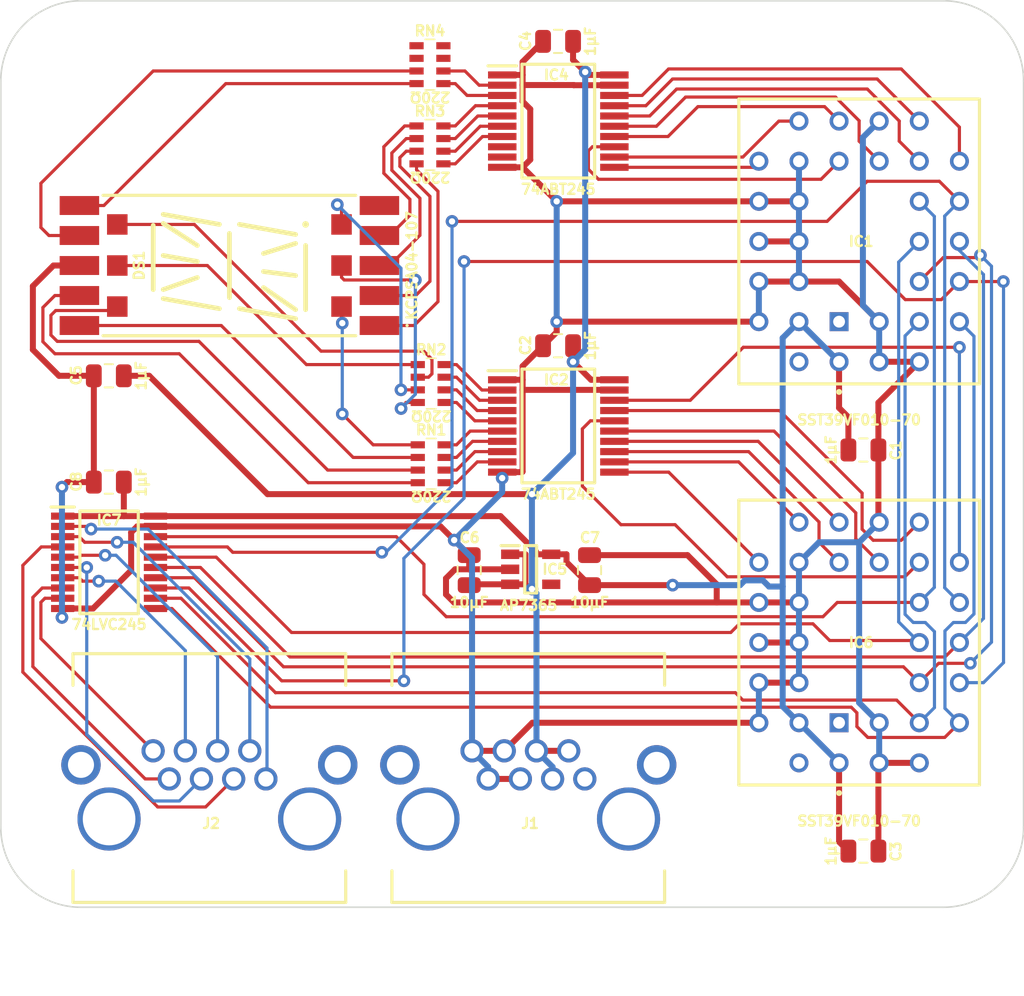
<source format=kicad_pcb>
(kicad_pcb (version 20240108) (generator "pcbnew") (generator_version "8.0")
  (title_block (title "HCP65 Component Tester") (date "2025-02-08") (rev "V0"))
  (layers (0 "F.Cu" signal) (31 "B.Cu" signal) (34 "B.Paste" user) (35 "F.Paste" user) (36 "B.SilkS" user "B.Silkscreen") (37 "F.SilkS" user "F.Silkscreen") (38 "B.Mask" user) (39 "F.Mask" user) (44 "Edge.Cuts" user))
  (net 0 "")
  (net 1 "/GND")
  (net 2 "/12V")
  (net 3 "/3.3V")
  (net 4 "/5V")
  (net 8 "/LED Ω M-Seg")
  (net 9 "/LED Ω H-Seg")
  (net 10 "/LED Ω C-Seg")
  (net 11 "/LED Ω D-Seg")
  (net 12 "/LED Ω L-Seg")
  (net 13 "/LED Ω E-Seg")
  (net 14 "/LED Ω A-Seg")
  (net 15 "/LED Ω G-Seg")
  (net 16 "/LED Ω N-Seg")
  (net 17 "/LED Ω K-Seg")
  (net 18 "/LED Ω F-Seg")
  (net 19 "/LED Ω P-Seg")
  (net 20 "/LED Ω J-Seg")
  (net 21 "/LED Ω B-Seg")
  (net 22 "Net-(IC1-DQ5)")
  (net 23 "Net-(IC1-DQ3)")
  (net 24 "Net-(IC1-DQ1)")
  (net 25 "Net-(IC1-DQ4)")
  (net 27 "Net-(IC1-DQ7)")
  (net 28 "Net-(IC1-DQ0)")
  (net 29 "Net-(IC1-DQ6)")
  (net 30 "Net-(IC1-DQ2)")
  (net 32 "/LED H-Seg")
  (net 33 "/LED B-Seg")
  (net 34 "/LED C-Seg")
  (net 35 "/LED E-Seg")
  (net 36 "/LED F-Seg")
  (net 37 "/LED A-Seg")
  (net 38 "/LED D-Seg")
  (net 39 "/LED G-Seg")
  (net 40 "Net-(IC2-B6)")
  (net 41 "Net-(IC2-B7)")
  (net 44 "Net-(IC2-B0)")
  (net 45 "Net-(IC2-B2)")
  (net 46 "Net-(IC2-B3)")
  (net 47 "Net-(IC2-B1)")
  (net 48 "Net-(IC2-B5)")
  (net 49 "Net-(IC2-B4)")
  (net 52 "/LED J-Seg")
  (net 53 "/LED P-Seg")
  (net 54 "/LED M-Seg")
  (net 55 "/LED N-Seg")
  (net 58 "/LED K-Seg")
  (net 59 "/LED L-Seg")
  (net 61 "/OP7")
  (net 62 "/OP6")
  (net 63 "/OP4")
  (net 64 "/OP1")
  (net 65 "/OP3")
  (net 66 "/OP2")
  (net 67 "/OP0")
  (net 68 "/OP5")
  (net 73 "/A6")
  (net 74 "/A4")
  (net 75 "/A3")
  (net 76 "/A2")
  (net 77 "/A1")
  (net 78 "/A7")
  (net 79 "/A5")
  (net 80 "/A0")
  (footprint "SamacSys_Parts:SOP65P780X200-20N" (layer "F.Cu") (at 30.228 -21.462)
    (property "Reference" "IC2")
    (property "Value" "SN74ABT245BDBR" (hide yes))
  )
  (footprint "SamacSys_Parts:CAY16-F4" (layer "F.Cu") (at 22.1 -44.322 180)
    (property "Reference" "RN4")
    (property "Value" "CAY16-221J4LF" (hide yes))
  )
  (footprint "SamacSys_Parts:CAY16-F4" (layer "F.Cu") (at 22.178 -24.1288 180)
    (property "Reference" "RN2")
    (property "Value" "CAY16-221J4LF" (hide yes))
  )
  (footprint "SamacSys_Parts:C_0805" (layer "F.Cu") (at 1.778 -24.638 90)
    (property "Reference" "C5")
    (property "Value" "1μF")
  )
  (footprint "SamacSys_Parts:C_0805" (layer "F.Cu") (at 24.584 -12.316)
    (property "Reference" "C6")
    (property "Value" "10µF")
  )
  (footprint "SamacSys_Parts:KCPSA04107" (layer "F.Cu") (at 9.4 -31.622 90)
    (property "Reference" "DS1")
    (property "Value" "KCPSA04-107" (hide yes))
  )
  (footprint "SamacSys_Parts:5408803224008" (layer "F.Cu") (at 48.008 -2.666)
    (property "Reference" "IC6")
    (property "Value" "SST39VF010-70-4I-NHE" (hide yes))
  )
  (footprint "SamacSys_Parts:1-406541-1_1" (layer "F.Cu") (at 19.69 8.711)
    (property "Reference" "J1")
    (property "Value" "1-406541-1" (hide yes))
  )
  (footprint "SamacSys_Parts:C_0805" (layer "F.Cu") (at 32.204 -12.316)
    (property "Reference" "C7")
    (property "Value" "10µF")
  )
  (footprint "SamacSys_Parts:SOT95P285X130-5N" (layer "F.Cu") (at 28.48 -12.384)
    (property "Reference" "IC5")
    (property "Value" "AP7365-33WG-7" (hide yes))
  )
  (footprint "SamacSys_Parts:C_0805" (layer "F.Cu") (at 30.228 -45.816 90)
    (property "Reference" "C4")
    (property "Value" "1μF")
  )
  (footprint "SamacSys_Parts:SOP65P780X200-20N" (layer "F.Cu") (at 30.228 -40.766)
    (property "Reference" "IC4")
    (property "Value" "SN74ABT245BDBR" (hide yes))
  )
  (footprint "SamacSys_Parts:C_0805" (layer "F.Cu") (at 49.532 -19.938 -90)
    (property "Reference" "C1")
    (property "Value" "1μF")
  )
  (footprint "SamacSys_Parts:SOP65P640X120-20N" (layer "F.Cu") (at 1.78 -12.826)
    (property "Reference" "IC7")
    (property "Value" "74LVC245AT20" (hide yes))
  )
  (footprint "SamacSys_Parts:C_0805" (layer "F.Cu") (at 30.228 -26.542 90)
    (property "Reference" "C2")
    (property "Value" "1μF")
  )
  (footprint "SamacSys_Parts:1-406541-1_1" (layer "F.Cu") (at -0.505 8.71)
    (property "Reference" "J2")
    (property "Value" "1-406541-1" (hide yes))
  )
  (footprint "SamacSys_Parts:5408803224008" (layer "F.Cu") (at 48.008 -28.066)
    (property "Reference" "IC1")
    (property "Value" "SST39VF010-70-4I-NHE" (hide yes))
  )
  (footprint "SamacSys_Parts:CAY16-F4" (layer "F.Cu") (at 22.1 -39.242 180)
    (property "Reference" "RN3")
    (property "Value" "CAY16-221J4LF" (hide yes))
  )
  (footprint "SamacSys_Parts:C_0805" (layer "F.Cu") (at 1.78 -17.906 90)
    (property "Reference" "C8")
    (property "Value" "1μF")
  )
  (footprint "SamacSys_Parts:CAY16-F4" (layer "F.Cu") (at 22.178 -19.0488 180)
    (property "Reference" "RN1")
    (property "Value" "CAY16-221J4LF" (hide yes))
  )
  (footprint "SamacSys_Parts:C_0805" (layer "F.Cu") (at 49.532 5.462 -90)
    (property "Reference" "C3")
    (property "Value" "1μF")
  )
  (gr_arc (start 54.612001 -48.386001) (mid 58.204103 -46.898103) (end 59.692001 -43.306001) (stroke (width 0.1)) (layer "Edge.Cuts"))
  (gr_line (start 54.612 9.018) (end 0.002 9.018) (stroke (width 0.1)) (layer "Edge.Cuts"))
  (gr_line (start 59.692 3.938) (end 59.692001 -43.306001) (stroke (width 0.1)) (layer "Edge.Cuts"))
  (gr_line (start 0.002002 -48.386) (end 54.612001 -48.386001) (stroke (width 0.1)) (layer "Edge.Cuts"))
  (gr_line (start -5.078 3.938) (end -5.077998 -43.306) (stroke (width 0.1)) (layer "Edge.Cuts"))
  (gr_arc (start 59.692 3.938) (mid 58.204102 7.530102) (end 54.612 9.018) (stroke (width 0.1)) (layer "Edge.Cuts"))
  (gr_arc (start 0.002 9.018) (mid -3.590102 7.530102) (end -5.078 3.938) (stroke (width 0.1)) (layer "Edge.Cuts"))
  (gr_arc (start -5.077998 -43.306) (mid -3.5901 -46.898102) (end 0.002002 -48.386) (stroke (width 0.1)) (layer "Edge.Cuts"))
  (segment (start 3.177 -12.3157) (end 3.177 -14.72) (width 0.38) (layer "F.Cu") (net 1))
  (segment (start 45.468 -10.286) (end 42.928 -10.286) (width 0.38) (layer "F.Cu") (net 1))
  (segment (start 50.498 5.462) (end 50.498 -0.076) (width 0.38) (layer "F.Cu") (net 1))
  (segment (start 31.2043 -43.041) (end 33.778 -43.041) (width 0.38) (layer "F.Cu") (net 1))
  (segment (start 50.548 -25.526) (end 53.088 -25.526) (width 0.38) (layer "F.Cu") (net 1))
  (segment (start 42.928 -28.066) (end 30.124688 -28.066) (width 0.38) (layer "F.Cu") (net 1))
  (segment (start 45.468 -7.746) (end 42.928 -7.746) (width 0.38) (layer "F.Cu") (net 1))
  (segment (start 53.088 -25.526) (end 50.498 -22.936) (width 0.38) (layer "F.Cu") (net 1))
  (segment (start -0.1 -31.622) (end -1.7417 -31.622) (width 0.38) (layer "F.Cu") (net 1))
  (segment (start 48.008 -30.606) (end 50.548 -28.066) (width 0.38) (layer "F.Cu") (net 1))
  (segment (start 27.9697 -23.748) (end 33.767 -23.748) (width 0.38) (layer "F.Cu") (net 1))
  (segment (start 23.69 -12.384) (end 24.584 -12.384) (width 0.38) (layer "F.Cu") (net 1))
  (segment (start 3.177 -14.72) (end 3.558 -15.101) (width 0.38) (layer "F.Cu") (net 1))
  (segment (start 23.116 -11.81) (end 23.69 -12.384) (width 0.38) (layer "F.Cu") (net 1))
  (segment (start 0.7623 -9.901) (end 3.177 -12.3157) (width 0.38) (layer "F.Cu") (net 1))
  (segment (start 27.9697 -44.5237) (end 27.9697 -43.691) (width 0.38) (layer "F.Cu") (net 1))
  (segment (start 0.814 -17.906) (end -0.88698 -17.906) (width 0.38) (layer "F.Cu") (net 1))
  (segment (start 38.408 -13.282) (end 32.204 -13.282) (width 0.38) (layer "F.Cu") (net 1))
  (segment (start 28.582 -2.666) (end 42.928 -2.666) (width 0.38) (layer "F.Cu") (net 1))
  (segment (start -1.158 -9.901) (end 0.7623 -9.901) (width 0.38) (layer "F.Cu") (net 1))
  (segment (start 23.116 -10.794) (end 23.624 -10.286) (width 0.38) (layer "F.Cu") (net 1))
  (segment (start 29.262 -45.816) (end 27.9697 -44.5237) (width 0.38) (layer "F.Cu") (net 1))
  (segment (start 24.584 -13.282) (end 22.765 -15.101) (width 0.38) (layer "F.Cu") (net 1))
  (segment (start 45.468 -5.206) (end 42.928 -5.206) (width 0.38) (layer "F.Cu") (net 1))
  (segment (start 45.468 -30.606) (end 48.008 -30.606) (width 0.38) (layer "F.Cu") (net 1))
  (segment (start 29.262 -26.542) (end 30.124688 -27.404688) (width 0.38) (layer "F.Cu") (net 1))
  (segment (start 27.9697 -42.0083) (end 28.45 -41.528) (width 0.38) (layer "F.Cu") (net 1))
  (segment (start 27.933 -18.537) (end 27.9697 -18.5737) (width 0.38) (layer "F.Cu") (net 1))
  (segment (start -1.7417 -31.622) (end -3.046 -30.3177) (width 0.38) (layer "F.Cu") (net 1))
  (segment (start 27.9697 -24.387) (end 26.678 -24.387) (width 0.38) (layer "F.Cu") (net 1))
  (segment (start 25.785 0.891) (end 27.825 0.891) (width 0.38) (layer "F.Cu") (net 1))
  (segment (start 23.116 -10.794) (end 23.116 -11.81) (width 0.38) (layer "F.Cu") (net 1))
  (segment (start 27.9697 -25.2497) (end 27.9697 -24.387) (width 0.38) (layer "F.Cu") (net 1))
  (segment (start 26.678 -18.537) (end 27.933 -18.537) (width 0.38) (layer "F.Cu") (net 1))
  (segment (start 29.262 -26.542) (end 27.9697 -25.2497) (width 0.38) (layer "F.Cu") (net 1))
  (segment (start 50.498 -22.936) (end 50.498 -19.938) (width 0.38) (layer "F.Cu") (net 1))
  (segment (start 42.928 -35.686) (end 30.124688 -35.686) (width 0.38) (layer "F.Cu") (net 1))
  (segment (start 27.9697 -37.841) (end 30.124688 -35.686012) (width 0.38) (layer "F.Cu") (net 1))
  (segment (start 45.468 -35.686) (end 42.928 -35.686) (width 0.38) (layer "F.Cu") (net 1))
  (segment (start 27.9697 -43.052) (end 31.1933 -43.052) (width 0.38) (layer "F.Cu") (net 1))
  (segment (start 0.814 -17.906) (end 0.814 -24.636) (width 0.38) (layer "F.Cu") (net 1))
  (segment (start -3.046 -26.29) (end -1.394 -24.638) (width 0.38) (layer "F.Cu") (net 1))
  (segment (start 50.498 -19.938) (end 50.498 -15.416) (width 0.38) (layer "F.Cu") (net 1))
  (segment (start -0.88698 -17.906) (end -1.20449 -17.58849) (width 0.38) (layer "F.Cu") (net 1))
  (segment (start 27.9697 -43.691) (end 27.3239 -43.691) (width 0.38) (layer "F.Cu") (net 1))
  (segment (start 26.678 -37.841) (end 27.9697 -37.841) (width 0.38) (layer "F.Cu") (net 1))
  (segment (start 30.124688 -27.404688) (end 30.124688 -28.066) (width 0.38) (layer "F.Cu") (net 1))
  (segment (start 40.2592 -10.286) (end 40.2592 -11.4308) (width 0.38) (layer "F.Cu") (net 1))
  (segment (start 26.678 -18.166) (end 26.672 -18.16) (width 0.38) (layer "F.Cu") (net 1))
  (segment (start 27.9697 -43.691) (end 27.9697 -43.052) (width 0.38) (layer "F.Cu") (net 1))
  (segment (start 42.928 -30.606) (end 45.468 -30.606) (width 0.38) (layer "F.Cu") (net 1))
  (segment (start 45.468 -33.146) (end 42.928 -33.146) (width 0.38) (layer "F.Cu") (net 1))
  (segment (start 40.2592 -10.286) (end 23.624 -10.286) (width 0.38) (layer "F.Cu") (net 1))
  (segment (start 30.124688 -35.686012) (end 30.124688 -35.686) (width 0.38) (layer "F.Cu") (net 1))
  (segment (start 24.584 -12.384) (end 27.18 -12.384) (width 0.38) (layer "F.Cu") (net 1))
  (segment (start -1.394 -24.638) (end 0.812 -24.638) (width 0.38) (layer "F.Cu") (net 1))
  (segment (start 27.9697 -18.5737) (end 27.9697 -24.387) (width 0.38) (layer "F.Cu") (net 1))
  (segment (start 28.45 -41.528) (end 28.45 -38.3213) (width 0.38) (layer "F.Cu") (net 1))
  (segment (start 22.765 -15.101) (end 4.718 -15.101) (width 0.38) (layer "F.Cu") (net 1))
  (segment (start 24.765 -0.889) (end 26.805 -0.889) (width 0.38) (layer "F.Cu") (net 1))
  (segment (start 26.805 -0.889) (end 28.582 -2.666) (width 0.38) (layer "F.Cu") (net 1))
  (segment (start -3.046 -30.3177) (end -3.046 -26.29) (width 0.38) (layer "F.Cu") (net 1))
  (segment (start 27.9697 -43.052) (end 27.9697 -42.0083) (width 0.38) (layer "F.Cu") (net 1))
  (segment (start -1.158 -9.38) (end -1.2045 -9.3335) (width 0.38) (layer "F.Cu") (net 1))
  (segment (start 28.45 -38.3213) (end 27.9697 -37.841) (width 0.38) (layer "F.Cu") (net 1))
  (segment (start 3.558 -15.101) (end 4.718 -15.101) (width 0.38) (layer "F.Cu") (net 1))
  (segment (start 42.928 -10.286) (end 40.2592 -10.286) (width 0.38) (layer "F.Cu") (net 1))
  (segment (start 31.1933 -43.052) (end 31.2043 -43.041) (width 0.38) (layer "F.Cu") (net 1))
  (segment (start 53.088 -0.126) (end 50.548 -0.126) (width 0.38) (layer "F.Cu") (net 1))
  (segment (start -1.158 -9.901) (end -1.158 -9.38) (width 0.38) (layer "F.Cu") (net 1))
  (segment (start 26.678 -18.537) (end 26.678 -18.166) (width 0.38) (layer "F.Cu") (net 1))
  (segment (start 24.584 -12.384) (end 24.584 -13.282) (width 0.38) (layer "F.Cu") (net 1))
  (segment (start 40.2592 -11.4308) (end 38.408 -13.282) (width 0.38) (layer "F.Cu") (net 1))
  (via (at 30.124688 -28.066) (size 0.8) (drill 0.4) (layers "F.Cu" "B.Cu") (net 1))
  (via (at -1.2045 -9.3335) (size 0.8) (drill 0.4) (layers "F.Cu" "B.Cu") (net 1))
  (via (at -1.20449 -17.58849) (size 0.8) (drill 0.4) (layers "F.Cu" "B.Cu") (net 1))
  (via (at 30.124688 -35.686) (size 0.8) (drill 0.4) (layers "F.Cu" "B.Cu") (net 1))
  (via (at 26.672 -18.16) (size 0.8) (drill 0.4) (layers "F.Cu" "B.Cu") (net 1))
  (via (at 23.6335 -14.2325) (size 0.8) (drill 0.4) (layers "F.Cu" "B.Cu") (net 1))
  (segment (start 50.548 -28.066) (end 50.548 -25.526) (width 0.38) (layer "B.Cu") (net 1))
  (segment (start 45.468 -5.206) (end 45.468 -7.746) (width 0.38) (layer "B.Cu") (net 1))
  (segment (start 45.468 -35.686) (end 45.468 -38.226) (width 0.38) (layer "B.Cu") (net 1))
  (segment (start 24.765 -0.889) (end 24.765 -13.101) (width 0.38) (layer "B.Cu") (net 1))
  (segment (start 49.278 -14.096) (end 49.278 -3.936) (width 0.38) (layer "B.Cu") (net 1))
  (segment (start 24.765 -0.889) (end 25.785 0.131) (width 0.38) (layer "B.Cu") (net 1))
  (segment (start 49.5161 -39.7341) (end 49.5161 -29.0979) (width 0.38) (layer "B.Cu") (net 1))
  (segment (start 42.928 -28.066) (end 42.928 -30.606) (width 0.38) (layer "B.Cu") (net 1))
  (segment (start 25.785 0.131) (end 25.785 0.891) (width 0.38) (layer "B.Cu") (net 1))
  (segment (start 49.278 -3.936) (end 50.548 -2.666) (width 0.38) (layer "B.Cu") (net 1))
  (segment (start 24.765 -13.101) (end 23.6335 -14.2325) (width 0.38) (layer "B.Cu") (net 1))
  (segment (start 49.5161 -29.0979) (end 50.548 -28.066) (width 0.38) (layer "B.Cu") (net 1))
  (segment (start 45.468 -12.826) (end 46.738 -14.096) (width 0.38) (layer "B.Cu") (net 1))
  (segment (start 45.468 -10.286) (end 45.468 -12.826) (width 0.38) (layer "B.Cu") (net 1))
  (segment (start -1.2045 -9.3335) (end -1.2045 -17.58848) (width 0.38) (layer "B.Cu") (net 1))
  (segment (start 45.468 -30.606) (end 45.468 -33.146) (width 0.38) (layer "B.Cu") (net 1))
  (segment (start 26.672 -17.271) (end 23.6335 -14.2325) (width 0.38) (layer "B.Cu") (net 1))
  (segment (start 50.548 -2.666) (end 50.548 -0.126) (width 0.38) (layer "B.Cu") (net 1))
  (segment (start 45.468 -33.146) (end 45.468 -35.686) (width 0.38) (layer "B.Cu") (net 1))
  (segment (start 50.548 -40.766) (end 49.5161 -39.7341) (width 0.38) (layer "B.Cu") (net 1))
  (segment (start 30.124688 -35.686) (end 30.124688 -28.066) (width 0.38) (layer "B.Cu") (net 1))
  (segment (start 45.468 -7.746) (end 45.468 -10.286) (width 0.38) (layer "B.Cu") (net 1))
  (segment (start 50.548 -15.366) (end 49.278 -14.096) (width 0.38) (layer "B.Cu") (net 1))
  (segment (start 42.928 -2.666) (end 42.928 -5.206) (width 0.38) (layer "B.Cu") (net 1))
  (segment (start 46.738 -14.096) (end 49.278 -14.096) (width 0.38) (layer "B.Cu") (net 1))
  (segment (start -1.2045 -17.58848) (end -1.20449 -17.58849) (width 0.38) (layer "B.Cu") (net 1))
  (segment (start 26.672 -18.16) (end 26.672 -17.271) (width 0.38) (layer "B.Cu") (net 1))
  (segment (start 2.714 -15.751) (end -1.158 -15.751) (width 0.38) (layer "F.Cu") (net 3))
  (segment (start 32.204 -11.382) (end 37.467 -11.382) (width 0.38) (layer "F.Cu") (net 3))
  (segment (start 29.78 -13.334) (end 30.7467 -13.334) (width 0.38) (layer "F.Cu") (net 3))
  (segment (start 26.5692 -15.751) (end 28.8133 -13.5069) (width 0.38) (layer "F.Cu") (net 3))
  (segment (start 48.598 5.462) (end 48.008 4.872) (width 0.38) (layer "F.Cu") (net 3))
  (segment (start 30.7467 -12.8393) (end 32.204 -11.382) (width 0.38) (layer "F.Cu") (net 3))
  (segment (start 28.8133 -13.5069) (end 28.8133 -13.334) (width 0.38) (layer "F.Cu") (net 3))
  (segment (start 30.7467 -13.334) (end 30.7467 -12.8393) (width 0.38) (layer "F.Cu") (net 3))
  (segment (start 2.714 -15.751) (end 4.718 -15.751) (width 0.38) (layer "F.Cu") (net 3))
  (segment (start 2.714 -15.751) (end 2.714 -17.906) (width 0.38) (layer "F.Cu") (net 3))
  (segment (start 48.598 -22.015) (end 48.008 -22.605) (width 0.38) (layer "F.Cu") (net 3))
  (segment (start 4.718 -15.751) (end 26.5692 -15.751) (width 0.38) (layer "F.Cu") (net 3))
  (segment (start 48.008 4.872) (end 48.008 -0.126) (width 0.38) (layer "F.Cu") (net 3))
  (segment (start 29.78 -13.334) (end 28.8133 -13.334) (width 0.38) (layer "F.Cu") (net 3))
  (segment (start 48.598 -19.938) (end 48.598 -22.015) (width 0.38) (layer "F.Cu") (net 3))
  (segment (start 48.008 -22.605) (end 48.008 -25.526) (width 0.38) (layer "F.Cu") (net 3))
  (via (at 37.467 -11.382) (size 0.8) (drill 0.4) (layers "F.Cu" "B.Cu") (net 3))
  (segment (start 43.182 -11.683) (end 42.039 -11.683) (width 0.38) (layer "B.Cu") (net 3))
  (segment (start 44.4361 -11.2923) (end 44.4361 -3.6979) (width 0.38) (layer "B.Cu") (net 3))
  (segment (start 37.467 -11.382) (end 41.738 -11.382) (width 0.38) (layer "B.Cu") (net 3))
  (segment (start 45.468 -28.066) (end 44.4361 -27.0341) (width 0.38) (layer "B.Cu") (net 3))
  (segment (start 48.008 -25.526) (end 45.468 -28.066) (width 0.38) (layer "B.Cu") (net 3))
  (segment (start 44.4361 -11.2923) (end 43.5727 -11.2923) (width 0.38) (layer "B.Cu") (net 3))
  (segment (start 44.4361 -27.0341) (end 44.4361 -11.2923) (width 0.38) (layer "B.Cu") (net 3))
  (segment (start 41.738 -11.382) (end 42.039 -11.683) (width 0.38) (layer "B.Cu") (net 3))
  (segment (start 48.008 -0.126) (end 45.468 -2.666) (width 0.38) (layer "B.Cu") (net 3))
  (segment (start 43.5727 -11.2923) (end 43.182 -11.683) (width 0.38) (layer "B.Cu") (net 3))
  (segment (start 44.4361 -3.6979) (end 45.468 -2.666) (width 0.38) (layer "B.Cu") (net 3))
  (segment (start 32.1157 -43.691) (end 31.93 -43.8767) (width 0.38) (layer "F.Cu") (net 4))
  (segment (start 32.1157 -43.691) (end 33.778 -43.691) (width 0.38) (layer "F.Cu") (net 4))
  (segment (start 27.18 -11.434) (end 24.636 -11.434) (width 0.38) (layer "F.Cu") (net 4))
  (segment (start 27.18 -13.334) (end 28.1467 -13.334) (width 0.38) (layer "F.Cu") (net 4))
  (segment (start 31.162 -45.816) (end 31.162 -44.6447) (width 0.38) (layer "F.Cu") (net 4))
  (segment (start 28.845 -0.889) (end 30.885 -0.889) (width 0.38) (layer "F.Cu") (net 4))
  (segment (start 31.162 -26.542) (end 31.162 -25.526) (width 0.38) (layer "F.Cu") (net 4))
  (segment (start 33.778 -24.387) (end 32.301 -24.387) (width 0.38) (layer "F.Cu") (net 4))
  (segment (start 4.319 -24.638) (end 11.813 -17.144) (width 0.38) (layer "F.Cu") (net 4))
  (segment (start 27.18 -11.434) (end 28.1467 -11.434) (width 0.38) (layer "F.Cu") (net 4))
  (segment (start 2.712 -24.638) (end 4.319 -24.638) (width 0.38) (layer "F.Cu") (net 4))
  (segment (start 28.1467 -11.434) (end 28.4419 -11.1388) (width 0.38) (layer "F.Cu") (net 4))
  (segment (start 28.1467 -13.334) (end 28.1467 -11.434) (width 0.38) (layer "F.Cu") (net 4))
  (segment (start 32.301 -24.387) (end 31.162 -25.526) (width 0.38) (layer "F.Cu") (net 4))
  (segment (start 31.162 -44.6447) (end 31.93 -43.8767) (width 0.38) (layer "F.Cu") (net 4))
  (segment (start 28.4419 -11.1388) (end 28.5564 -11.1388) (width 0.38) (layer "F.Cu") (net 4))
  (segment (start 11.813 -17.144) (end 28.5564 -17.144) (width 0.38) (layer "F.Cu") (net 4))
  (via (at 31.162 -25.526) (size 0.8) (drill 0.4) (layers "F.Cu" "B.Cu") (net 4))
  (via (at 31.93 -43.8767) (size 0.8) (drill 0.4) (layers "F.Cu" "B.Cu") (net 4))
  (via (at 28.5564 -17.144) (size 0.8) (drill 0.4) (layers "F.Cu" "B.Cu") (net 4))
  (via (at 28.5564 -11.1388) (size 0.8) (drill 0.4) (layers "F.Cu" "B.Cu") (net 4))
  (segment (start 31.93 -26.294) (end 31.162 -25.526) (width 0.38) (layer "B.Cu") (net 4))
  (segment (start 28.845 -0.889) (end 28.845 -10.8502) (width 0.38) (layer "B.Cu") (net 4))
  (segment (start 29.865 0.891) (end 29.865 0.131) (width 0.38) (layer "B.Cu") (net 4))
  (segment (start 28.5564 -11.1388) (end 28.5564 -17.144) (width 0.38) (layer "B.Cu") (net 4))
  (segment (start 31.93 -43.8767) (end 31.93 -26.294) (width 0.38) (layer "B.Cu") (net 4))
  (segment (start 28.845 -10.8502) (end 28.5564 -11.1388) (width 0.38) (layer "B.Cu") (net 4))
  (segment (start 28.5564 -17.144) (end 31.162 -19.7496) (width 0.38) (layer "B.Cu") (net 4))
  (segment (start 29.865 0.131) (end 28.845 -0.889) (width 0.38) (layer "B.Cu") (net 4))
  (segment (start 31.162 -19.7496) (end 31.162 -25.526) (width 0.38) (layer "B.Cu") (net 4))
  (segment (start 21.465 -35.8765) (end 21.465 -33.537) (width 0.2) (layer "F.Cu") (net 8))
  (segment (start 21.25 -39.6612) (end 20.6 -39.6612) (width 0.2) (layer "F.Cu") (net 8))
  (segment (start 20.6 -39.6612) (end 19.687 -38.7482) (width 0.2) (layer "F.Cu") (net 8))
  (segment (start 19.687 -38.7482) (end 19.687 -37.6545) (width 0.2) (layer "F.Cu") (net 8))
  (segment (start 21.465 -33.537) (end 19.55 -31.622) (width 0.2) (layer "F.Cu") (net 8))
  (segment (start 19.687 -37.6545) (end 21.465 -35.8765) (width 0.2) (layer "F.Cu") (net 8))
  (segment (start 21.328 -17.868) (end 14.391 -17.868) (width 0.2) (layer "F.Cu") (net 9))
  (segment (start 14.391 -17.868) (end 6.225 -26.034) (width 0.2) (layer "F.Cu") (net 9))
  (segment (start 6.225 -26.034) (end -1.649 -26.034) (width 0.2) (layer "F.Cu") (net 9))
  (segment (start -2.411 -26.796) (end -2.411 -28.9627) (width 0.2) (layer "F.Cu") (net 9))
  (segment (start -1.649 -26.034) (end -2.411 -26.796) (width 0.2) (layer "F.Cu") (net 9))
  (segment (start -2.411 -28.9627) (end -1.6517 -29.722) (width 0.2) (layer "F.Cu") (net 9))
  (segment (start -1.6517 -29.722) (end -0.1 -29.722) (width 0.2) (layer "F.Cu") (net 9))
  (segment (start 21.328 -23.748) (end 20.5763 -23.748) (width 0.2) (layer "F.Cu") (net 10))
  (segment (start 20.5763 -23.748) (end 20.264 -23.748) (width 0.2) (layer "F.Cu") (net 10))
  (segment (start 16.5 -35.2093) (end 16.2339 -35.4754) (width 0.2) (layer "F.Cu") (net 10))
  (segment (start 16.5 -34.222) (end 16.5 -35.2093) (width 0.2) (layer "F.Cu") (net 10))
  (via (at 16.2339 -35.4754) (size 0.8) (drill 0.4) (layers "F.Cu" "B.Cu") (net 10))
  (via (at 20.264 -23.748) (size 0.8) (drill 0.4) (layers "F.Cu" "B.Cu") (net 10))
  (segment (start 16.2339 -35.4754) (end 20.264 -31.4453) (width 0.2) (layer "B.Cu") (net 10))
  (segment (start 20.264 -31.4453) (end 20.264 -23.748) (width 0.2) (layer "B.Cu") (net 10))
  (segment (start 16.5 -30.872) (end 16.6663 -30.7057) (width 0.2) (layer "F.Cu") (net 11))
  (segment (start 21.328 -22.948) (end 20.5763 -22.948) (width 0.2) (layer "F.Cu") (net 11))
  (segment (start 20.5763 -22.8706) (end 20.5763 -22.948) (width 0.2) (layer "F.Cu") (net 11))
  (segment (start 16.6663 -30.7057) (end 21.1745 -30.7057) (width 0.2) (layer "F.Cu") (net 11))
  (segment (start 16.5 -31.622) (end 16.5 -30.872) (width 0.2) (layer "F.Cu") (net 11))
  (segment (start 20.2694 -22.5637) (end 20.5763 -22.8706) (width 0.2) (layer "F.Cu") (net 11))
  (via (at 20.2694 -22.5637) (size 0.8) (drill 0.4) (layers "F.Cu" "B.Cu") (net 11))
  (via (at 21.1745 -30.7057) (size 0.8) (drill 0.4) (layers "F.Cu" "B.Cu") (net 11))
  (segment (start 20.2694 -22.5637) (end 21.1745 -23.4688) (width 0.2) (layer "B.Cu") (net 11))
  (segment (start 21.1745 -23.4688) (end 21.1745 -30.7057) (width 0.2) (layer "B.Cu") (net 11))
  (segment (start 20.4983 -40.4612) (end 19.179 -39.1419) (width 0.2) (layer "F.Cu") (net 12))
  (segment (start 19.179 -37.464) (end 20.83 -35.813) (width 0.2) (layer "F.Cu") (net 12))
  (segment (start 19.179 -39.1419) (end 19.179 -37.464) (width 0.2) (layer "F.Cu") (net 12))
  (segment (start 20.83 -34.802) (end 19.55 -33.522) (width 0.2) (layer "F.Cu") (net 12))
  (segment (start 21.25 -40.4612) (end 20.4983 -40.4612) (width 0.2) (layer "F.Cu") (net 12))
  (segment (start 20.83 -35.813) (end 20.83 -34.802) (width 0.2) (layer "F.Cu") (net 12))
  (segment (start 21.328 -20.268) (end 18.503156 -20.268) (width 0.2) (layer "F.Cu") (net 13))
  (segment (start 18.503156 -20.268) (end 16.547156 -22.224) (width 0.2) (layer "F.Cu") (net 13))
  (segment (start 16.5 -28.0213) (end 16.54715 -27.97415) (width 0.2) (layer "F.Cu") (net 13))
  (segment (start 16.5 -29.022) (end 16.5 -28.0213) (width 0.2) (layer "F.Cu") (net 13))
  (via (at 16.54715 -27.97415) (size 0.8) (drill 0.4) (layers "F.Cu" "B.Cu") (net 13))
  (via (at 16.547156 -22.224) (size 0.8) (drill 0.4) (layers "F.Cu" "B.Cu") (net 13))
  (segment (start 16.54715 -22.224006) (end 16.547156 -22.224) (width 0.2) (layer "B.Cu") (net 13))
  (segment (start 16.54715 -27.97415) (end 16.54715 -22.224006) (width 0.2) (layer "B.Cu") (net 13))
  (segment (start 8.003 -31.622) (end 14.277 -25.348) (width 0.2) (layer "F.Cu") (net 14))
  (segment (start 2.3 -31.622) (end 8.003 -31.622) (width 0.2) (layer "F.Cu") (net 14))
  (segment (start 14.277 -25.348) (end 21.328 -25.348) (width 0.2) (layer "F.Cu") (net 14))
  (segment (start -1.6 -28.772) (end -1.903 -28.469) (width 0.2) (layer "F.Cu") (net 15))
  (segment (start 7.4728 -26.8182) (end 15.623 -18.668) (width 0.2) (layer "F.Cu") (net 15))
  (segment (start -1.903 -27.220236) (end -1.500964 -26.8182) (width 0.2) (layer "F.Cu") (net 15))
  (segment (start -1.500964 -26.8182) (end 7.4728 -26.8182) (width 0.2) (layer "F.Cu") (net 15))
  (segment (start -1.903 -28.469) (end -1.903 -27.220236) (width 0.2) (layer "F.Cu") (net 15))
  (segment (start 2.05 -28.772) (end -1.6 -28.772) (width 0.2) (layer "F.Cu") (net 15))
  (segment (start 15.623 -18.668) (end 21.328 -18.668) (width 0.2) (layer "F.Cu") (net 15))
  (segment (start 20.6 -38.8612) (end 21.25 -38.8612) (width 0.2) (layer "F.Cu") (net 16))
  (segment (start 22.1 -30.6273) (end 22.1 -35.997686) (width 0.2) (layer "F.Cu") (net 16))
  (segment (start 21.1947 -29.722) (end 22.1 -30.6273) (width 0.2) (layer "F.Cu") (net 16))
  (segment (start 22.1 -35.997686) (end 20.195 -37.902686) (width 0.2) (layer "F.Cu") (net 16))
  (segment (start 20.195 -37.902686) (end 20.195 -38.4562) (width 0.2) (layer "F.Cu") (net 16))
  (segment (start 20.195 -38.4562) (end 20.6 -38.8612) (width 0.2) (layer "F.Cu") (net 16))
  (segment (start 18.9 -29.722) (end 21.1947 -29.722) (width 0.2) (layer "F.Cu") (net 16))
  (segment (start -0.1 -35.422) (end 1.4517 -35.422) (width 0.2) (layer "F.Cu") (net 17))
  (segment (start 1.4517 -35.422) (end 9.1709 -43.1412) (width 0.2) (layer "F.Cu") (net 17))
  (segment (start 9.1709 -43.1412) (end 21.25 -43.1412) (width 0.2) (layer "F.Cu") (net 17))
  (segment (start 21.328 -19.468) (end 17.236 -19.468) (width 0.2) (layer "F.Cu") (net 18))
  (segment (start 8.882 -27.822) (end -0.1 -27.822) (width 0.2) (layer "F.Cu") (net 18))
  (segment (start 17.236 -19.468) (end 8.882 -27.822) (width 0.2) (layer "F.Cu") (net 18))
  (segment (start 18.9 -27.822) (end 21.094 -27.822) (width 0.2) (layer "F.Cu") (net 19))
  (segment (start 21.094 -27.822) (end 22.608 -29.336) (width 0.2) (layer "F.Cu") (net 19))
  (segment (start 22.608 -36.321) (end 21.25 -37.679) (width 0.2) (layer "F.Cu") (net 19))
  (segment (start 22.608 -29.336) (end 22.608 -36.321) (width 0.2) (layer "F.Cu") (net 19))
  (segment (start 21.25 -37.679) (end 21.25 -38.0612) (width 0.2) (layer "F.Cu") (net 19))
  (segment (start 21.25 -43.9412) (end 4.5742 -43.9412) (width 0.2) (layer "F.Cu") (net 20))
  (segment (start -2.538 -34.03) (end -2.03 -33.522) (width 0.2) (layer "F.Cu") (net 20))
  (segment (start 4.5742 -43.9412) (end -2.538 -36.829) (width 0.2) (layer "F.Cu") (net 20))
  (segment (start -2.538 -36.829) (end -2.538 -34.03) (width 0.2) (layer "F.Cu") (net 20))
  (segment (start -2.03 -33.522) (end -0.1 -33.522) (width 0.2) (layer "F.Cu") (net 20))
  (segment (start 2.3 -34.222) (end 7.181 -34.222) (width 0.2) (layer "F.Cu") (net 21))
  (segment (start 7.181 -34.222) (end 15.2036 -26.1994) (width 0.2) (layer "F.Cu") (net 21))
  (segment (start 22.227 -25.6786) (end 22.227 -24.764) (width 0.2) (layer "F.Cu") (net 21))
  (segment (start 15.2036 -26.1994) (end 21.7062 -26.1994) (width 0.2) (layer "F.Cu") (net 21))
  (segment (start 22.227 -24.764) (end 22.011 -24.548) (width 0.2) (layer "F.Cu") (net 21))
  (segment (start 21.7062 -26.1994) (end 22.227 -25.6786) (width 0.2) (layer "F.Cu") (net 21))
  (segment (start 22.011 -24.548) (end 21.328 -24.548) (width 0.2) (layer "F.Cu") (net 21))
  (segment (start 46.865 -37.083) (end 32.768 -37.083) (width 0.2) (layer "F.Cu") (net 22))
  (segment (start 48.008 -38.226) (end 46.865 -37.083) (width 0.2) (layer "F.Cu") (net 22))
  (segment (start 32.768 -37.083) (end 32.133 -37.718) (width 0.2) (layer "F.Cu") (net 22))
  (segment (start 32.133 -38.887) (end 32.387 -39.141) (width 0.2) (layer "F.Cu") (net 22))
  (segment (start 32.133 -37.718) (end 32.133 -38.887) (width 0.2) (layer "F.Cu") (net 22))
  (segment (start 32.387 -39.141) (end 33.778 -39.141) (width 0.2) (layer "F.Cu") (net 22))
  (segment (start 49.278 -40.7911) (end 49.278 -39.496) (width 0.2) (layer "F.Cu") (net 23))
  (segment (start 33.778 -40.441) (end 36.4409 -40.441) (width 0.2) (layer "F.Cu") (net 23))
  (segment (start 38.2909 -42.291) (end 47.7781 -42.291) (width 0.2) (layer "F.Cu") (net 23))
  (segment (start 36.4409 -40.441) (end 38.2909 -42.291) (width 0.2) (layer "F.Cu") (net 23))
  (segment (start 49.278 -39.496) (end 50.548 -38.226) (width 0.2) (layer "F.Cu") (net 23))
  (segment (start 47.7781 -42.291) (end 49.278 -40.7911) (width 0.2) (layer "F.Cu") (net 23))
  (segment (start 33.778 -41.741) (end 35.772 -41.741) (width 0.2) (layer "F.Cu") (net 24))
  (segment (start 50.42 -43.434) (end 53.088 -40.766) (width 0.2) (layer "F.Cu") (net 24))
  (segment (start 35.772 -41.741) (end 37.465 -43.434) (width 0.2) (layer "F.Cu") (net 24))
  (segment (start 37.465 -43.434) (end 50.42 -43.434) (width 0.2) (layer "F.Cu") (net 24))
  (segment (start 47.0891 -41.6849) (end 48.008 -40.766) (width 0.2) (layer "F.Cu") (net 25))
  (segment (start 39.0695 -41.6849) (end 47.0891 -41.6849) (width 0.2) (layer "F.Cu") (net 25))
  (segment (start 37.1756 -39.791) (end 39.0695 -41.6849) (width 0.2) (layer "F.Cu") (net 25))
  (segment (start 33.778 -39.791) (end 37.1756 -39.791) (width 0.2) (layer "F.Cu") (net 25))
  (segment (start 42.543 -37.841) (end 42.928 -38.226) (width 0.2) (layer "F.Cu") (net 27))
  (segment (start 33.778 -37.841) (end 42.543 -37.841) (width 0.2) (layer "F.Cu") (net 27))
  (segment (start 35.533 -42.391) (end 37.211 -44.069) (width 0.2) (layer "F.Cu") (net 28))
  (segment (start 55.628 -40.384) (end 55.628 -38.226) (width 0.2) (layer "F.Cu") (net 28))
  (segment (start 33.778 -42.391) (end 35.533 -42.391) (width 0.2) (layer "F.Cu") (net 28))
  (segment (start 37.211 -44.069) (end 51.943 -44.069) (width 0.2) (layer "F.Cu") (net 28))
  (segment (start 51.943 -44.069) (end 55.628 -40.384) (width 0.2) (layer "F.Cu") (net 28))
  (segment (start 44.1928 -40.766) (end 45.468 -40.766) (width 0.2) (layer "F.Cu") (net 29))
  (segment (start 33.778 -38.491) (end 41.9178 -38.491) (width 0.2) (layer "F.Cu") (net 29))
  (segment (start 41.9178 -38.491) (end 44.1928 -40.766) (width 0.2) (layer "F.Cu") (net 29))
  (segment (start 36.014 -41.091) (end 37.722 -42.799) (width 0.2) (layer "F.Cu") (net 30))
  (segment (start 49.792 -42.799) (end 51.818 -40.773) (width 0.2) (layer "F.Cu") (net 30))
  (segment (start 51.818 -39.496) (end 53.088 -38.226) (width 0.2) (layer "F.Cu") (net 30))
  (segment (start 37.722 -42.799) (end 49.792 -42.799) (width 0.2) (layer "F.Cu") (net 30))
  (segment (start 51.818 -40.773) (end 51.818 -39.496) (width 0.2) (layer "F.Cu") (net 30))
  (segment (start 33.778 -41.091) (end 36.014 -41.091) (width 0.2) (layer "F.Cu") (net 30))
  (segment (start 25.0987 -19.187) (end 26.678 -19.187) (width 0.2) (layer "F.Cu") (net 32))
  (segment (start 23.028 -17.868) (end 23.7797 -17.868) (width 0.2) (layer "F.Cu") (net 32))
  (segment (start 23.7797 -17.868) (end 25.0987 -19.187) (width 0.2) (layer "F.Cu") (net 32))
  (segment (start 23.028 -24.548) (end 23.7797 -24.548) (width 0.2) (layer "F.Cu") (net 33))
  (segment (start 23.7797 -24.548) (end 25.2407 -23.087) (width 0.2) (layer "F.Cu") (net 33))
  (segment (start 25.2407 -23.087) (end 26.678 -23.087) (width 0.2) (layer "F.Cu") (net 33))
  (segment (start 25.0907 -22.437) (end 26.678 -22.437) (width 0.2) (layer "F.Cu") (net 34))
  (segment (start 23.7797 -23.748) (end 25.0907 -22.437) (width 0.2) (layer "F.Cu") (net 34))
  (segment (start 23.028 -23.748) (end 23.7797 -23.748) (width 0.2) (layer "F.Cu") (net 34))
  (segment (start 23.028 -20.268) (end 23.7797 -20.268) (width 0.2) (layer "F.Cu") (net 35))
  (segment (start 24.6487 -21.137) (end 26.678 -21.137) (width 0.2) (layer "F.Cu") (net 35))
  (segment (start 23.7797 -20.268) (end 24.6487 -21.137) (width 0.2) (layer "F.Cu") (net 35))
  (segment (start 23.028 -19.468) (end 23.7797 -19.468) (width 0.2) (layer "F.Cu") (net 36))
  (segment (start 23.7797 -19.468) (end 24.7987 -20.487) (width 0.2) (layer "F.Cu") (net 36))
  (segment (start 24.7987 -20.487) (end 26.678 -20.487) (width 0.2) (layer "F.Cu") (net 36))
  (segment (start 23.7797 -25.348) (end 25.3907 -23.737) (width 0.2) (layer "F.Cu") (net 37))
  (segment (start 25.3907 -23.737) (end 26.678 -23.737) (width 0.2) (layer "F.Cu") (net 37))
  (segment (start 23.028 -25.348) (end 23.7797 -25.348) (width 0.2) (layer "F.Cu") (net 37))
  (segment (start 23.028 -22.948) (end 23.7797 -22.948) (width 0.2) (layer "F.Cu") (net 38))
  (segment (start 24.9407 -21.787) (end 26.678 -21.787) (width 0.2) (layer "F.Cu") (net 38))
  (segment (start 23.7797 -22.948) (end 24.9407 -21.787) (width 0.2) (layer "F.Cu") (net 38))
  (segment (start 23.7797 -18.668) (end 24.9487 -19.837) (width 0.2) (layer "F.Cu") (net 39))
  (segment (start 24.9487 -19.837) (end 26.678 -19.837) (width 0.2) (layer "F.Cu") (net 39))
  (segment (start 23.028 -18.668) (end 23.7797 -18.668) (width 0.2) (layer "F.Cu") (net 39))
  (segment (start 41.647 -19.187) (end 45.468 -15.366) (width 0.2) (layer "F.Cu") (net 40))
  (segment (start 33.778 -19.187) (end 41.647 -19.187) (width 0.2) (layer "F.Cu") (net 40))
  (segment (start 33.778 -18.537) (end 37.217 -18.537) (width 0.2) (layer "F.Cu") (net 41))
  (segment (start 37.217 -18.537) (end 42.928 -12.826) (width 0.2) (layer "F.Cu") (net 41))
  (segment (start 41.9405 -26.4435) (end 55.628 -26.4435) (width 0.2) (layer "F.Cu") (net 44))
  (segment (start 38.584 -23.087) (end 41.9405 -26.4435) (width 0.2) (layer "F.Cu") (net 44))
  (segment (start 33.778 -23.087) (end 38.584 -23.087) (width 0.2) (layer "F.Cu") (net 44))
  (via (at 55.628 -26.4435) (size 0.8) (drill 0.4) (layers "F.Cu" "B.Cu") (net 44))
  (segment (start 55.628 -12.826) (end 55.628 -26.4435) (width 0.2) (layer "B.Cu") (net 44))
  (segment (start 37.6241 -15.2089) (end 34.1951 -15.2089) (width 0.2) (layer "F.Cu") (net 45))
  (segment (start 34.1951 -15.2089) (end 31.752 -17.652) (width 0.2) (layer "F.Cu") (net 45))
  (segment (start 53.088 -12.826) (end 52.1718 -11.9098) (width 0.2) (layer "F.Cu") (net 45))
  (segment (start 52.1718 -11.9098) (end 40.9232 -11.9098) (width 0.2) (layer "F.Cu") (net 45))
  (segment (start 32.26 -21.787) (end 33.778 -21.787) (width 0.2) (layer "F.Cu") (net 45))
  (segment (start 31.752 -21.279) (end 32.26 -21.787) (width 0.2) (layer "F.Cu") (net 45))
  (segment (start 40.9232 -11.9098) (end 37.6241 -15.2089) (width 0.2) (layer "F.Cu") (net 45))
  (segment (start 31.752 -17.652) (end 31.752 -21.279) (width 0.2) (layer "F.Cu") (net 45))
  (segment (start 33.778 -21.137) (end 43.888 -21.137) (width 0.2) (layer "F.Cu") (net 46))
  (segment (start 43.888 -21.137) (end 49.0645 -15.9605) (width 0.2) (layer "F.Cu") (net 46))
  (segment (start 49.0645 -15.9605) (end 49.0645 -14.3095) (width 0.2) (layer "F.Cu") (net 46))
  (segment (start 49.0645 -14.3095) (end 50.548 -12.826) (width 0.2) (layer "F.Cu") (net 46))
  (segment (start 53.088 -15.366) (end 51.945 -14.223) (width 0.2) (layer "F.Cu") (net 47))
  (segment (start 49.4662 -14.9238) (end 49.4662 -17.2098) (width 0.2) (layer "F.Cu") (net 47))
  (segment (start 49.4662 -17.2098) (end 44.239 -22.437) (width 0.2) (layer "F.Cu") (net 47))
  (segment (start 50.167 -14.223) (end 49.4662 -14.9238) (width 0.2) (layer "F.Cu") (net 47))
  (segment (start 44.239 -22.437) (end 33.778 -22.437) (width 0.2) (layer "F.Cu") (net 47))
  (segment (start 51.945 -14.223) (end 50.167 -14.223) (width 0.2) (layer "F.Cu") (net 47))
  (segment (start 46.738 -15.3793) (end 46.738 -14.096) (width 0.2) (layer "F.Cu") (net 48))
  (segment (start 46.738 -14.096) (end 48.008 -12.826) (width 0.2) (layer "F.Cu") (net 48))
  (segment (start 42.2803 -19.837) (end 46.738 -15.3793) (width 0.2) (layer "F.Cu") (net 48))
  (segment (start 33.778 -19.837) (end 42.2803 -19.837) (width 0.2) (layer "F.Cu") (net 48))
  (segment (start 42.887 -20.487) (end 48.008 -15.366) (width 0.2) (layer "F.Cu") (net 49))
  (segment (start 33.778 -20.487) (end 42.887 -20.487) (width 0.2) (layer "F.Cu") (net 49))
  (segment (start 26.678 -43.041) (end 25.2144 -43.041) (width 0.2) (layer "F.Cu") (net 52))
  (segment (start 25.2144 -43.041) (end 24.3142 -43.9412) (width 0.2) (layer "F.Cu") (net 52))
  (segment (start 24.3142 -43.9412) (end 22.95 -43.9412) (width 0.2) (layer "F.Cu") (net 52))
  (segment (start 25.4315 -39.791) (end 26.678 -39.791) (width 0.2) (layer "F.Cu") (net 53))
  (segment (start 23.7017 -38.0612) (end 25.4315 -39.791) (width 0.2) (layer "F.Cu") (net 53))
  (segment (start 22.95 -38.0612) (end 23.7017 -38.0612) (width 0.2) (layer "F.Cu") (net 53))
  (segment (start 23.7017 -39.6612) (end 25.1315 -41.091) (width 0.2) (layer "F.Cu") (net 54))
  (segment (start 25.1315 -41.091) (end 26.678 -41.091) (width 0.2) (layer "F.Cu") (net 54))
  (segment (start 22.95 -39.6612) (end 23.7017 -39.6612) (width 0.2) (layer "F.Cu") (net 54))
  (segment (start 22.95 -38.8612) (end 23.7017 -38.8612) (width 0.2) (layer "F.Cu") (net 55))
  (segment (start 25.2815 -40.441) (end 26.678 -40.441) (width 0.2) (layer "F.Cu") (net 55))
  (segment (start 23.7017 -38.8612) (end 25.2815 -40.441) (width 0.2) (layer "F.Cu") (net 55))
  (segment (start 26.678 -42.391) (end 24.4519 -42.391) (width 0.2) (layer "F.Cu") (net 58))
  (segment (start 24.4519 -42.391) (end 23.7017 -43.1412) (width 0.2) (layer "F.Cu") (net 58))
  (segment (start 22.95 -43.1412) (end 23.7017 -43.1412) (width 0.2) (layer "F.Cu") (net 58))
  (segment (start 23.7017 -40.4612) (end 24.9815 -41.741) (width 0.2) (layer "F.Cu") (net 59))
  (segment (start 24.9815 -41.741) (end 26.678 -41.741) (width 0.2) (layer "F.Cu") (net 59))
  (segment (start 22.95 -40.4612) (end 23.7017 -40.4612) (width 0.2) (layer "F.Cu") (net 59))
  (segment (start 4.57 -0.89) (end -2.538 -7.998) (width 0.2) (layer "F.Cu") (net 61))
  (segment (start -2.284 -10.551) (end -1.158 -10.551) (width 0.2) (layer "F.Cu") (net 61))
  (segment (start -2.538 -7.998) (end -2.538 -10.297) (width 0.2) (layer "F.Cu") (net 61))
  (segment (start -2.538 -10.297) (end -2.284 -10.551) (width 0.2) (layer "F.Cu") (net 61))
  (segment (start -3.046 -6.222) (end -3.046 -10.608685) (width 0.2) (layer "F.Cu") (net 62))
  (segment (start -2.453685 -11.201) (end -1.158 -11.201) (width 0.2) (layer "F.Cu") (net 62))
  (segment (start 5.59 0.89) (end 4.066 0.89) (width 0.2) (layer "F.Cu") (net 62))
  (segment (start -3.046 -10.608685) (end -2.453685 -11.201) (width 0.2) (layer "F.Cu") (net 62))
  (segment (start 4.066 0.89) (end -3.046 -6.222) (width 0.2) (layer "F.Cu") (net 62))
  (segment (start -1.158 -12.501) (end 0.3649 -12.501) (width 0.2) (layer "F.Cu") (net 63))
  (via (at 0.3649 -12.501) (size 0.8) (drill 0.4) (layers "F.Cu" "B.Cu") (net 63))
  (segment (start 0.3649 -1.929) (end 0.3649 -12.501) (width 0.2) (layer "B.Cu") (net 63))
  (segment (start 4.5809 2.287) (end 0.3649 -1.929) (width 0.2) (layer "B.Cu") (net 63))
  (segment (start 7.63 0.89) (end 6.233 2.287) (width 0.2) (layer "B.Cu") (net 63))
  (segment (start 6.233 2.287) (end 4.5809 2.287) (width 0.2) (layer "B.Cu") (net 63))
  (segment (start 0.2362 -14.096) (end 2.288 -14.096) (width 0.2) (layer "F.Cu") (net 64))
  (segment (start -0.1188 -14.451) (end 0.2362 -14.096) (width 0.2) (layer "F.Cu") (net 64))
  (segment (start -1.158 -14.451) (end -0.1188 -14.451) (width 0.2) (layer "F.Cu") (net 64))
  (via (at 2.288 -14.096) (size 0.8) (drill 0.4) (layers "F.Cu" "B.Cu") (net 64))
  (segment (start 3.304 -14.096) (end 2.288 -14.096) (width 0.2) (layer "B.Cu") (net 64))
  (segment (start 10.69 -0.89) (end 10.69 -6.71) (width 0.2) (layer "B.Cu") (net 64))
  (segment (start 10.69 -6.71) (end 3.304 -14.096) (width 0.2) (layer "B.Cu") (net 64))
  (segment (start -0.1188 -13.151) (end 0.0029 -13.2727) (width 0.2) (layer "F.Cu") (net 65))
  (segment (start 0.0029 -13.2727) (end 1.5335 -13.2727) (width 0.2) (layer "F.Cu") (net 65))
  (segment (start -1.158 -13.151) (end -0.1188 -13.151) (width 0.2) (layer "F.Cu") (net 65))
  (via (at 1.5335 -13.2727) (size 0.8) (drill 0.4) (layers "F.Cu" "B.Cu") (net 65))
  (segment (start 8.65 -6.845) (end 2.2223 -13.2727) (width 0.2) (layer "B.Cu") (net 65))
  (segment (start 2.2223 -13.2727) (end 1.5335 -13.2727) (width 0.2) (layer "B.Cu") (net 65))
  (segment (start 8.65 -0.89) (end 8.65 -6.845) (width 0.2) (layer "B.Cu") (net 65))
  (segment (start 4.860032 2.668) (end 7.892 2.668) (width 0.2) (layer "F.Cu") (net 66))
  (segment (start -3.681 -5.873032) (end 4.860032 2.668) (width 0.2) (layer "F.Cu") (net 66))
  (segment (start -3.681 -12.6351) (end -3.681 -5.873032) (width 0.2) (layer "F.Cu") (net 66))
  (segment (start -1.158 -13.801) (end -2.5151 -13.801) (width 0.2) (layer "F.Cu") (net 66))
  (segment (start 7.892 2.668) (end 9.67 0.89) (width 0.2) (layer "F.Cu") (net 66))
  (segment (start -2.5151 -13.801) (end -3.681 -12.6351) (width 0.2) (layer "F.Cu") (net 66))
  (segment (start -1.158 -15.101) (end 0.4706 -15.101) (width 0.2) (layer "F.Cu") (net 67))
  (segment (start 0.4706 -15.101) (end 0.6395 -14.9321) (width 0.2) (layer "F.Cu") (net 67))
  (via (at 0.6395 -14.9321) (size 0.8) (drill 0.4) (layers "F.Cu" "B.Cu") (net 67))
  (segment (start 4.2459 -14.9321) (end 0.6395 -14.9321) (width 0.2) (layer "B.Cu") (net 67))
  (segment (start 11.78 -7.398) (end 4.2459 -14.9321) (width 0.2) (layer "B.Cu") (net 67))
  (segment (start 11.78 0.82) (end 11.78 -7.398) (width 0.2) (layer "B.Cu") (net 67))
  (segment (start -1.158 -11.851) (end -0.1188 -11.851) (width 0.2) (layer "F.Cu") (net 68))
  (segment (start 0.0984 -11.6338) (end -0.1188 -11.851) (width 0.2) (layer "F.Cu") (net 68))
  (segment (start 1.1238 -11.6338) (end 0.0984 -11.6338) (width 0.2) (layer "F.Cu") (net 68))
  (via (at 1.1238 -11.6338) (size 0.8) (drill 0.4) (layers "F.Cu" "B.Cu") (net 68))
  (segment (start 1.1238 -11.6338) (end 2.2102 -11.6338) (width 0.2) (layer "B.Cu") (net 68))
  (segment (start 6.61 -7.234) (end 6.61 -0.89) (width 0.2) (layer "B.Cu") (net 68))
  (segment (start 2.2102 -11.6338) (end 6.61 -7.234) (width 0.2) (layer "B.Cu") (net 68))
  (segment (start 12.318 -4.571) (end 12.319 -4.572) (width 0.2) (layer "F.Cu") (net 73))
  (segment (start 41.91 -4.1025) (end 51.6515 -4.1025) (width 0.2) (layer "F.Cu") (net 73))
  (segment (start 12.319 -4.572) (end 41.4405 -4.572) (width 0.2) (layer "F.Cu") (net 73))
  (segment (start 51.6515 -4.1025) (end 53.088 -2.666) (width 0.2) (layer "F.Cu") (net 73))
  (segment (start 41.4405 -4.572) (end 41.91 -4.1025) (width 0.2) (layer "F.Cu") (net 73))
  (segment (start 4.718 -10.551) (end 6.338 -10.551) (width 0.2) (layer "F.Cu") (net 73))
  (segment (start 6.338 -10.551) (end 12.318 -4.571) (width 0.2) (layer "F.Cu") (net 73))
  (segment (start 54.0486 -3.6266) (end 54.0486 -8.4364) (width 0.2) (layer "B.Cu") (net 73))
  (segment (start 53.088 -2.666) (end 54.0486 -3.6266) (width 0.2) (layer "B.Cu") (net 73))
  (segment (start 52.1862 -9.5368) (end 52.1862 -27.1642) (width 0.2) (layer "B.Cu") (net 73))
  (segment (start 52.1862 -27.1642) (end 53.088 -28.066) (width 0.2) (layer "B.Cu") (net 73))
  (segment (start 53.469 -9.016) (end 52.707 -9.016) (width 0.2) (layer "B.Cu") (net 73))
  (segment (start 52.707 -9.016) (end 52.1862 -9.5368) (width 0.2) (layer "B.Cu") (net 73))
  (segment (start 54.0486 -8.4364) (end 53.469 -9.016) (width 0.2) (layer "B.Cu") (net 73))
  (segment (start 53.088 -5.206) (end 54.3127 -6.4307) (width 0.2) (layer "F.Cu") (net 74))
  (segment (start 56.8089 -32.1237) (end 56.9603 -32.2751) (width 0.2) (layer "F.Cu") (net 74))
  (segment (start 54.6057 -32.1237) (end 56.8089 -32.1237) (width 0.2) (layer "F.Cu") (net 74))
  (segment (start 12.82535 -6.21) (end 52.084 -6.21) (width 0.2) (layer "F.Cu") (net 74))
  (segment (start 4.718 -11.851) (end 7.18435 -11.851) (width 0.2) (layer "F.Cu") (net 74))
  (segment (start 54.3127 -6.4307) (end 56.3208 -6.4307) (width 0.2) (layer "F.Cu") (net 74))
  (segment (start 53.088 -30.606) (end 54.6057 -32.1237) (width 0.2) (layer "F.Cu") (net 74))
  (segment (start 7.18435 -11.851) (end 12.82535 -6.21) (width 0.2) (layer "F.Cu") (net 74))
  (segment (start 52.084 -6.21) (end 53.088 -5.206) (width 0.2) (layer "F.Cu") (net 74))
  (via (at 56.9603 -32.2751) (size 0.8) (drill 0.4) (layers "F.Cu" "B.Cu") (net 74))
  (via (at 56.3208 -6.4307) (size 0.8) (drill 0.4) (layers "F.Cu" "B.Cu") (net 74))
  (segment (start 57.66 -31.5754) (end 57.66 -7.7699) (width 0.2) (layer "B.Cu") (net 74))
  (segment (start 56.9603 -32.2751) (end 57.66 -31.5754) (width 0.2) (layer "B.Cu") (net 74))
  (segment (start 57.66 -7.7699) (end 56.3208 -6.4307) (width 0.2) (layer "B.Cu") (net 74))
  (segment (start 7.566 -12.501) (end 4.718 -12.501) (width 0.2) (layer "F.Cu") (net 75))
  (segment (start 55.628 -7.746) (end 54.7144 -6.8324) (width 0.2) (layer "F.Cu") (net 75))
  (segment (start 54.7144 -6.8324) (end 13.2346 -6.8324) (width 0.2) (layer "F.Cu") (net 75))
  (segment (start 13.2346 -6.8324) (end 7.566 -12.501) (width 0.2) (layer "F.Cu") (net 75))
  (segment (start 57.152 -9.27) (end 55.628 -7.746) (width 0.2) (layer "B.Cu") (net 75))
  (segment (start 55.628 -32.5781) (end 57.152 -31.0541) (width 0.2) (layer "B.Cu") (net 75))
  (segment (start 57.152 -31.0541) (end 57.152 -9.27) (width 0.2) (layer "B.Cu") (net 75))
  (segment (start 55.628 -33.146) (end 55.628 -32.5781) (width 0.2) (layer "B.Cu") (net 75))
  (segment (start 41.6973 -8.9313) (end 46.355 -8.9313) (width 0.2) (layer "F.Cu") (net 76))
  (segment (start 4.718 -13.151) (end 8.567 -13.151) (width 0.2) (layer "F.Cu") (net 76))
  (segment (start 8.567 -13.151) (end 13.336 -8.382) (width 0.2) (layer "F.Cu") (net 76))
  (segment (start 52.9595 -7.8745) (end 47.4118 -7.8745) (width 0.2) (layer "F.Cu") (net 76))
  (segment (start 47.4118 -7.8745) (end 46.355 -8.9313) (width 0.2) (layer "F.Cu") (net 76))
  (segment (start 41.6973 -8.9313) (end 41.148 -8.382) (width 0.2) (layer "F.Cu") (net 76))
  (segment (start 41.148 -8.382) (end 13.336 -8.382) (width 0.2) (layer "F.Cu") (net 76))
  (segment (start 51.7821 -31.8401) (end 53.088 -33.146) (width 0.2) (layer "B.Cu") (net 76))
  (segment (start 51.7821 -9.0519) (end 51.7821 -31.8401) (width 0.2) (layer "B.Cu") (net 76))
  (segment (start 53.088 -7.746) (end 51.7821 -9.0519) (width 0.2) (layer "B.Cu") (net 76))
  (segment (start 9.611 -13.461) (end 9.271 -13.801) (width 0.2) (layer "F.Cu") (net 77))
  (segment (start 47.246 -34.416) (end 49.786 -36.956) (width 0.2) (layer "F.Cu") (net 77))
  (segment (start 55.628 -35.686) (end 54.358 -36.956) (width 0.2) (layer "F.Cu") (net 77))
  (segment (start 49.786 -36.956) (end 54.358 -36.956) (width 0.2) (layer "F.Cu") (net 77))
  (segment (start 4.718 -13.801) (end 9.271 -13.801) (width 0.2) (layer "F.Cu") (net 77))
  (segment (start 19.052 -13.461) (end 9.611 -13.461) (width 0.2) (layer "F.Cu") (net 77))
  (segment (start 23.497 -34.416) (end 47.246 -34.416) (width 0.2) (layer "F.Cu") (net 77))
  (via (at 19.052 -13.461) (size 0.8) (drill 0.4) (layers "F.Cu" "B.Cu") (net 77))
  (via (at 23.497 -34.416) (size 0.8) (drill 0.4) (layers "F.Cu" "B.Cu") (net 77))
  (segment (start 55.628 -35.686) (end 54.6963 -34.7543) (width 0.2) (layer "B.Cu") (net 77))
  (segment (start 23.497 -17.652) (end 19.306 -13.461) (width 0.2) (layer "B.Cu") (net 77))
  (segment (start 23.497 -34.416) (end 23.497 -17.652) (width 0.2) (layer "B.Cu") (net 77))
  (segment (start 19.306 -13.461) (end 19.052 -13.461) (width 0.2) (layer "B.Cu") (net 77))
  (segment (start 54.6963 -11.2177) (end 55.628 -10.286) (width 0.2) (layer "B.Cu") (net 77))
  (segment (start 54.6963 -34.7543) (end 54.6963 -11.2177) (width 0.2) (layer "B.Cu") (net 77))
  (segment (start 49.1365 -3.2943) (end 48.7794 -3.6514) (width 0.2) (layer "F.Cu") (net 78))
  (segment (start 49.8263 -1.7367) (end 49.1365 -2.4265) (width 0.2) (layer "F.Cu") (net 78))
  (segment (start 54.6987 -1.7367) (end 49.8263 -1.7367) (width 0.2) (layer "F.Cu") (net 78))
  (segment (start 55.628 -2.666) (end 54.6987 -1.7367) (width 0.2) (layer "F.Cu") (net 78))
  (segment (start 5.7572 -9.901) (end 4.718 -9.901) (width 0.2) (layer "F.Cu") (net 78))
  (segment (start 12.0068 -3.6514) (end 5.7572 -9.901) (width 0.2) (layer "F.Cu") (net 78))
  (segment (start 48.7794 -3.6514) (end 12.0068 -3.6514) (width 0.2) (layer "F.Cu") (net 78))
  (segment (start 49.1365 -2.4265) (end 49.1365 -3.2943) (width 0.2) (layer "F.Cu") (net 78))
  (segment (start 56.5498 -9.5568) (end 56.009 -9.016) (width 0.2) (layer "B.Cu") (net 78))
  (segment (start 56.009 -9.016) (end 55.247 -9.016) (width 0.2) (layer "B.Cu") (net 78))
  (segment (start 55.628 -28.066) (end 56.5498 -27.1442) (width 0.2) (layer "B.Cu") (net 78))
  (segment (start 55.247 -9.016) (end 54.7124 -8.4814) (width 0.2) (layer "B.Cu") (net 78))
  (segment (start 54.7124 -8.4814) (end 54.7124 -3.5816) (width 0.2) (layer "B.Cu") (net 78))
  (segment (start 56.5498 -27.1442) (end 56.5498 -9.5568) (width 0.2) (layer "B.Cu") (net 78))
  (segment (start 54.7124 -3.5816) (end 55.628 -2.666) (width 0.2) (layer "B.Cu") (net 78))
  (segment (start 12.713 -5.322) (end 20.449 -5.322) (width 0.2) (layer "F.Cu") (net 79))
  (segment (start 4.718 -11.201) (end 6.834 -11.201) (width 0.2) (layer "F.Cu") (net 79))
  (segment (start 24.259 -31.876) (end 49.786 -31.876) (width 0.2) (layer "F.Cu") (net 79))
  (segment (start 55.628 -30.606) (end 58.41 -30.606) (width 0.2) (layer "F.Cu") (net 79))
  (segment (start 6.834 -11.201) (end 12.713 -5.322) (width 0.2) (layer "F.Cu") (net 79))
  (segment (start 55.628 -30.606) (end 54.485 -29.463) (width 0.2) (layer "F.Cu") (net 79))
  (segment (start 52.199 -29.463) (end 49.786 -31.876) (width 0.2) (layer "F.Cu") (net 79))
  (segment (start 54.485 -29.463) (end 52.199 -29.463) (width 0.2) (layer "F.Cu") (net 79))
  (via (at 58.41 -30.606) (size 0.8) (drill 0.4) (layers "F.Cu" "B.Cu") (net 79))
  (via (at 20.449 -5.322) (size 0.8) (drill 0.4) (layers "F.Cu" "B.Cu") (net 79))
  (via (at 24.259 -31.876) (size 0.8) (drill 0.4) (layers "F.Cu" "B.Cu") (net 79))
  (segment (start 24.259 -31.876) (end 24.259 -16.89) (width 0.2) (layer "B.Cu") (net 79))
  (segment (start 56.0885 -5.206) (end 57.152 -5.206) (width 0.2) (layer "B.Cu") (net 79))
  (segment (start 57.152 -5.206) (end 58.422 -6.476) (width 0.2) (layer "B.Cu") (net 79))
  (segment (start 24.259 -16.89) (end 20.449 -13.08) (width 0.2) (layer "B.Cu") (net 79))
  (segment (start 58.422 -30.594) (end 58.41 -30.606) (width 0.2) (layer "B.Cu") (net 79))
  (segment (start 58.422 -6.476) (end 58.422 -30.594) (width 0.2) (layer "B.Cu") (net 79))
  (segment (start 20.449 -13.08) (end 20.449 -5.322) (width 0.2) (layer "B.Cu") (net 79))
  (segment (start 19.967 -14.451) (end 21.719 -12.699) (width 0.2) (layer "F.Cu") (net 80))
  (segment (start 21.719 -12.699) (end 21.719 -10.794) (width 0.2) (layer "F.Cu") (net 80))
  (segment (start 47.894 -10.286) (end 46.99 -9.382) (width 0.2) (layer "F.Cu") (net 80))
  (segment (start 23.131 -9.382) (end 46.99 -9.382) (width 0.2) (layer "F.Cu") (net 80))
  (segment (start 53.088 -10.286) (end 47.894 -10.286) (width 0.2) (layer "F.Cu") (net 80))
  (segment (start 4.718 -14.451) (end 19.967 -14.451) (width 0.2) (layer "F.Cu") (net 80))
  (segment (start 21.719 -10.794) (end 23.131 -9.382) (width 0.2) (layer "F.Cu") (net 80))
  (segment (start 53.088 -35.686) (end 54.0405 -34.7335) (width 0.2) (layer "B.Cu") (net 80))
  (segment (start 54.0405 -34.7335) (end 54.0405 -11.2385) (width 0.2) (layer "B.Cu") (net 80))
  (segment (start 54.0405 -11.2385) (end 53.088 -10.286) (width 0.2) (layer "B.Cu") (net 80))
)
</source>
